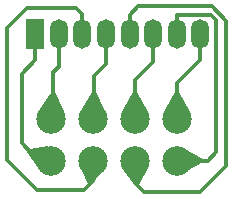
<source format=gbr>
%TF.GenerationSoftware,KiCad,Pcbnew,8.0.3*%
%TF.CreationDate,2024-06-28T12:15:49-07:00*%
%TF.ProjectId,360LPNeckPCB,3336304c-504e-4656-936b-5043422e6b69,rev?*%
%TF.SameCoordinates,Original*%
%TF.FileFunction,Copper,L1,Top*%
%TF.FilePolarity,Positive*%
%FSLAX46Y46*%
G04 Gerber Fmt 4.6, Leading zero omitted, Abs format (unit mm)*
G04 Created by KiCad (PCBNEW 8.0.3) date 2024-06-28 12:15:49*
%MOMM*%
%LPD*%
G01*
G04 APERTURE LIST*
%TA.AperFunction,SMDPad,CuDef*%
%ADD10C,2.500000*%
%TD*%
%TA.AperFunction,ComponentPad*%
%ADD11O,1.500000X2.500000*%
%TD*%
%TA.AperFunction,ComponentPad*%
%ADD12R,1.500000X2.500000*%
%TD*%
%TA.AperFunction,Conductor*%
%ADD13C,0.300000*%
%TD*%
G04 APERTURE END LIST*
D10*
%TO.P,J4,1,Pin_1*%
%TO.N,Net-(J1-Pin_3)*%
X27450000Y-22700000D03*
%TD*%
D11*
%TO.P,J1,1,Pin_1*%
%TO.N,Net-(J1-Pin_1)*%
X33000000Y-15500000D03*
%TO.P,J1,2,Pin_2*%
%TO.N,Net-(J1-Pin_2)*%
X31000000Y-15500000D03*
%TO.P,J1,3,Pin_3*%
%TO.N,Net-(J1-Pin_3)*%
X29000000Y-15500000D03*
%TO.P,J1,4,Pin_4*%
%TO.N,Net-(J1-Pin_4)*%
X27000000Y-15500000D03*
%TO.P,J1,5,Pin_5*%
%TO.N,Net-(J1-Pin_5)*%
X25000000Y-15500000D03*
%TO.P,J1,6,Pin_6*%
%TO.N,Net-(J1-Pin_6)*%
X23000000Y-15500000D03*
%TO.P,J1,7,Pin_7*%
%TO.N,Net-(J1-Pin_7)*%
X21000000Y-15500000D03*
D12*
%TO.P,J1,8,Pin_8*%
%TO.N,Net-(J1-Pin_8)*%
X19000000Y-15500000D03*
%TD*%
D10*
%TO.P,J9,1,Pin_1*%
%TO.N,Net-(J1-Pin_8)*%
X20350000Y-26250000D03*
%TD*%
%TO.P,J5,1,Pin_1*%
%TO.N,Net-(J1-Pin_4)*%
X27450000Y-26250000D03*
%TD*%
%TO.P,J2,1,Pin_1*%
%TO.N,Net-(J1-Pin_1)*%
X31000000Y-22700000D03*
%TD*%
%TO.P,J7,1,Pin_1*%
%TO.N,Net-(J1-Pin_6)*%
X23900000Y-26250000D03*
%TD*%
%TO.P,J3,1,Pin_1*%
%TO.N,Net-(J1-Pin_2)*%
X31000000Y-26250000D03*
%TD*%
%TO.P,J8,1,Pin_1*%
%TO.N,Net-(J1-Pin_7)*%
X20350000Y-22700000D03*
%TD*%
%TO.P,J6,1,Pin_1*%
%TO.N,Net-(J1-Pin_5)*%
X23900000Y-22700000D03*
%TD*%
D13*
%TO.N,Net-(J1-Pin_1)*%
X33000000Y-15500000D02*
X33000000Y-17700000D01*
X33000000Y-17700000D02*
X31000000Y-19700000D01*
X31000000Y-19700000D02*
X31000000Y-22750000D01*
%TO.N,Net-(J1-Pin_2)*%
X33600000Y-26250000D02*
X31000000Y-26250000D01*
X34350000Y-14350000D02*
X34350000Y-25500000D01*
X31000000Y-13900000D02*
X33900000Y-13900000D01*
X34350000Y-25500000D02*
X33600000Y-26250000D01*
X33900000Y-13900000D02*
X34350000Y-14350000D01*
X31000000Y-15500000D02*
X31000000Y-13900000D01*
%TO.N,Net-(J1-Pin_4)*%
X35200000Y-14450000D02*
X35200000Y-26700000D01*
X35200000Y-26700000D02*
X32950000Y-28950000D01*
X28250000Y-28950000D02*
X27450000Y-28150000D01*
X33950000Y-13200000D02*
X35200000Y-14450000D01*
X32950000Y-28950000D02*
X28250000Y-28950000D01*
X27450000Y-28150000D02*
X27450000Y-26250000D01*
X27750000Y-13200000D02*
X33950000Y-13200000D01*
X27000000Y-13950000D02*
X27750000Y-13200000D01*
X27000000Y-15500000D02*
X27000000Y-13950000D01*
%TO.N,Net-(J1-Pin_3)*%
X29000000Y-15500000D02*
X29000000Y-17900000D01*
X29000000Y-17900000D02*
X27450000Y-19450000D01*
X27450000Y-19450000D02*
X27450000Y-22700000D01*
%TO.N,Net-(J1-Pin_6)*%
X23000000Y-15500000D02*
X23000000Y-13850000D01*
X19200000Y-28750000D02*
X23150000Y-28750000D01*
X22500000Y-13350000D02*
X18300000Y-13350000D01*
X23000000Y-13850000D02*
X22500000Y-13350000D01*
X18300000Y-13350000D02*
X16650000Y-15000000D01*
X16650000Y-15000000D02*
X16650000Y-26200000D01*
X23150000Y-28750000D02*
X23900000Y-28000000D01*
X23900000Y-28000000D02*
X23900000Y-26250000D01*
X16650000Y-26200000D02*
X19200000Y-28750000D01*
%TO.N,Net-(J1-Pin_8)*%
X17850000Y-24800000D02*
X19300000Y-26250000D01*
X17850000Y-18900000D02*
X17850000Y-24800000D01*
X19000000Y-17750000D02*
X17850000Y-18900000D01*
X19300000Y-26250000D02*
X20350000Y-26250000D01*
X19000000Y-15500000D02*
X19000000Y-17750000D01*
%TO.N,Net-(J1-Pin_5)*%
X25000000Y-18100000D02*
X24000000Y-19100000D01*
X25000000Y-15500000D02*
X25000000Y-18100000D01*
X24000000Y-19100000D02*
X24000000Y-22600000D01*
X24000000Y-22600000D02*
X23900000Y-22700000D01*
%TO.N,Net-(J1-Pin_7)*%
X20550000Y-22500000D02*
X20350000Y-22700000D01*
X21000000Y-15500000D02*
X21000000Y-18300000D01*
X21000000Y-18300000D02*
X20550000Y-18750000D01*
X20350000Y-22700000D02*
X20350000Y-22750000D01*
X20550000Y-18750000D02*
X20550000Y-22500000D01*
%TD*%
%TA.AperFunction,Conductor*%
%TO.N,Net-(J1-Pin_6)*%
G36*
X23906676Y-26255307D02*
G01*
X24763453Y-27118566D01*
X24766849Y-27126852D01*
X24764121Y-27134318D01*
X23674146Y-28436388D01*
X23666207Y-28440532D01*
X23657664Y-28437850D01*
X23656901Y-28437151D01*
X23455296Y-28235546D01*
X23452933Y-28232149D01*
X22945877Y-27126139D01*
X22802081Y-26812486D01*
X22801750Y-26803538D01*
X22807474Y-26797152D01*
X23893132Y-26253088D01*
X23902062Y-26252446D01*
X23906676Y-26255307D01*
G37*
%TD.AperFunction*%
%TD*%
%TA.AperFunction,Conductor*%
%TO.N,Net-(J1-Pin_8)*%
G36*
X20089535Y-25037780D02*
G01*
X20094015Y-25044746D01*
X20348931Y-26242363D01*
X20347301Y-26251168D01*
X20343306Y-26254949D01*
X19291816Y-26857779D01*
X19282935Y-26858921D01*
X19276402Y-26854324D01*
X18322415Y-25486976D01*
X18320491Y-25478230D01*
X18323735Y-25472010D01*
X18526210Y-25269535D01*
X18532756Y-25266238D01*
X20080848Y-25035610D01*
X20089535Y-25037780D01*
G37*
%TD.AperFunction*%
%TD*%
%TA.AperFunction,Conductor*%
%TO.N,Net-(J1-Pin_5)*%
G36*
X24151057Y-20472417D02*
G01*
X24153239Y-20475438D01*
X24926642Y-22014965D01*
X24927294Y-22023896D01*
X24922606Y-22029999D01*
X23907279Y-22696223D01*
X23898482Y-22697897D01*
X23893334Y-22695399D01*
X22950288Y-21903105D01*
X22946158Y-21895160D01*
X22947940Y-21887870D01*
X23846552Y-20474412D01*
X23853883Y-20469270D01*
X23856426Y-20468990D01*
X24142784Y-20468990D01*
X24151057Y-20472417D01*
G37*
%TD.AperFunction*%
%TD*%
%TA.AperFunction,Conductor*%
%TO.N,Net-(J1-Pin_2)*%
G36*
X31732431Y-25255051D02*
G01*
X33243993Y-26096655D01*
X33249553Y-26103672D01*
X33250000Y-26106876D01*
X33250000Y-26393123D01*
X33246573Y-26401396D01*
X33243992Y-26403345D01*
X31732432Y-27244947D01*
X31723536Y-27245978D01*
X31717265Y-27241589D01*
X31003970Y-26256861D01*
X31001893Y-26248153D01*
X31003969Y-26243139D01*
X31717267Y-25258408D01*
X31724893Y-25253721D01*
X31732431Y-25255051D01*
G37*
%TD.AperFunction*%
%TD*%
%TA.AperFunction,Conductor*%
%TO.N,Net-(J1-Pin_7)*%
G36*
X20700655Y-20472417D02*
G01*
X20703082Y-20475956D01*
X21405958Y-22064730D01*
X21406171Y-22073683D01*
X21401212Y-22079536D01*
X20357352Y-22696653D01*
X20348487Y-22697913D01*
X20343619Y-22695320D01*
X19427927Y-21880164D01*
X19424026Y-21872103D01*
X19426110Y-21864731D01*
X20117372Y-20874041D01*
X20396508Y-20473995D01*
X20404052Y-20469171D01*
X20406103Y-20468990D01*
X20692382Y-20468990D01*
X20700655Y-20472417D01*
G37*
%TD.AperFunction*%
%TD*%
%TA.AperFunction,Conductor*%
%TO.N,Net-(J1-Pin_4)*%
G36*
X27456704Y-26253480D02*
G01*
X28512171Y-26849783D01*
X28517689Y-26856835D01*
X28516820Y-26865321D01*
X27790961Y-28276366D01*
X27788830Y-28279287D01*
X27587567Y-28480550D01*
X27579294Y-28483977D01*
X27571021Y-28480550D01*
X27569908Y-28479263D01*
X26541989Y-27098233D01*
X26539799Y-27089550D01*
X26543452Y-27082638D01*
X27443029Y-26255055D01*
X27451436Y-26251977D01*
X27456704Y-26253480D01*
G37*
%TD.AperFunction*%
%TD*%
%TA.AperFunction,Conductor*%
%TO.N,Net-(J1-Pin_3)*%
G36*
X27601453Y-20472417D02*
G01*
X27603361Y-20474925D01*
X28444867Y-21960966D01*
X28445962Y-21969853D01*
X28441590Y-21976177D01*
X27456904Y-22695953D01*
X27448203Y-22698068D01*
X27443096Y-22695953D01*
X26458409Y-21976177D01*
X26453752Y-21968528D01*
X26455131Y-21960967D01*
X27296639Y-20474924D01*
X27303698Y-20469414D01*
X27306820Y-20468990D01*
X27593180Y-20468990D01*
X27601453Y-20472417D01*
G37*
%TD.AperFunction*%
%TD*%
%TA.AperFunction,Conductor*%
%TO.N,Net-(J1-Pin_1)*%
G36*
X31151453Y-20472417D02*
G01*
X31153361Y-20474925D01*
X31994867Y-21960966D01*
X31995962Y-21969853D01*
X31991590Y-21976177D01*
X31006904Y-22695953D01*
X30998203Y-22698068D01*
X30993096Y-22695953D01*
X30008409Y-21976177D01*
X30003752Y-21968528D01*
X30005131Y-21960967D01*
X30846639Y-20474924D01*
X30853698Y-20469414D01*
X30856820Y-20468990D01*
X31143180Y-20468990D01*
X31151453Y-20472417D01*
G37*
%TD.AperFunction*%
%TD*%
M02*

</source>
